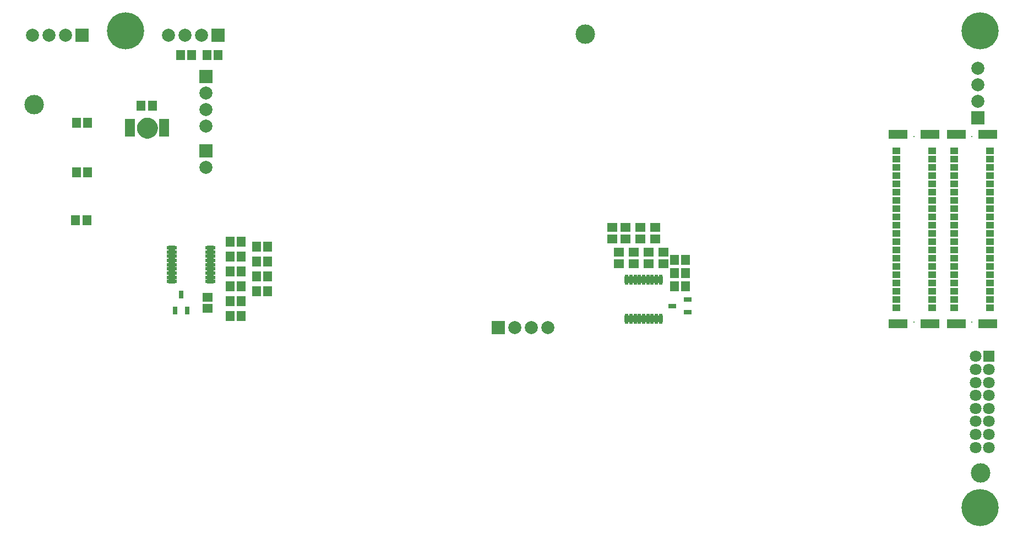
<source format=gbs>
G04*
G04 #@! TF.GenerationSoftware,Altium Limited,Altium Designer,18.0.12 (696)*
G04*
G04 Layer_Color=16711935*
%FSLAX25Y25*%
%MOIN*%
G70*
G01*
G75*
%ADD32R,0.04737X0.03162*%
%ADD33R,0.03162X0.04737*%
%ADD37R,0.05328X0.06312*%
%ADD39R,0.05249X0.06391*%
%ADD44C,0.11811*%
%ADD46R,0.06312X0.05524*%
%ADD47R,0.05524X0.06312*%
%ADD49C,0.07887*%
%ADD50R,0.07887X0.07887*%
%ADD51R,0.07887X0.07887*%
%ADD52C,0.00800*%
%ADD53C,0.07099*%
%ADD54R,0.07099X0.07099*%
%ADD55C,0.22441*%
%ADD76C,0.06299*%
%ADD77O,0.02572X0.06312*%
%ADD78O,0.06312X0.02572*%
%ADD79R,0.06391X0.05249*%
%ADD80R,0.05131X0.03950*%
%ADD81R,0.11430X0.05524*%
%ADD82R,0.06312X0.11036*%
D32*
X512276Y186000D02*
D03*
X521724Y182260D02*
D03*
Y189740D02*
D03*
D33*
X215000Y192724D02*
D03*
X211260Y183276D02*
D03*
X218740D02*
D03*
D37*
X230555Y338000D02*
D03*
X237445D02*
D03*
X214555D02*
D03*
X221445D02*
D03*
X158445Y297000D02*
D03*
X151555D02*
D03*
X157890Y238000D02*
D03*
X151000D02*
D03*
X158445Y267000D02*
D03*
X151555D02*
D03*
D39*
X190816Y307100D02*
D03*
X197784D02*
D03*
X520484Y206000D02*
D03*
X513516D02*
D03*
X520484Y214000D02*
D03*
X513516D02*
D03*
X251484Y189000D02*
D03*
X244516D02*
D03*
X251484Y180000D02*
D03*
X244516D02*
D03*
X267484Y195000D02*
D03*
X260516D02*
D03*
X251484Y198000D02*
D03*
X244516D02*
D03*
X267484Y204000D02*
D03*
X260516D02*
D03*
X251484Y207000D02*
D03*
X244516D02*
D03*
X267484Y213000D02*
D03*
X260516D02*
D03*
X251484Y216000D02*
D03*
X244516D02*
D03*
X267484Y222000D02*
D03*
X260516D02*
D03*
X251484Y225000D02*
D03*
X244516D02*
D03*
D44*
X699000Y85000D02*
D03*
X459600Y350500D02*
D03*
X126000Y308000D02*
D03*
D46*
X231000Y191346D02*
D03*
Y184654D02*
D03*
D47*
X513654Y198000D02*
D03*
X520346D02*
D03*
D49*
X437000Y173000D02*
D03*
X417000D02*
D03*
X427000D02*
D03*
X697500Y330000D02*
D03*
Y310000D02*
D03*
Y320000D02*
D03*
X207500Y350000D02*
D03*
X227500D02*
D03*
X217500D02*
D03*
X230000Y295000D02*
D03*
Y315000D02*
D03*
Y305000D02*
D03*
X125000Y350000D02*
D03*
X145000D02*
D03*
X135000D02*
D03*
X230000Y270000D02*
D03*
D50*
X407000Y173000D02*
D03*
X237500Y350000D02*
D03*
X155000D02*
D03*
D51*
X697500Y300000D02*
D03*
X230000Y325000D02*
D03*
Y280000D02*
D03*
D52*
X693830Y288565D02*
D03*
Y176163D02*
D03*
X658730Y288565D02*
D03*
Y176163D02*
D03*
D53*
X695993Y155423D02*
D03*
X703867Y123927D02*
D03*
X695993Y147549D02*
D03*
X703867D02*
D03*
X695993Y139675D02*
D03*
X703867D02*
D03*
X695993Y131801D02*
D03*
X703867D02*
D03*
X695993Y123927D02*
D03*
X703867Y116053D02*
D03*
X695993D02*
D03*
X703867Y108179D02*
D03*
X695993D02*
D03*
X703867Y100305D02*
D03*
X695993D02*
D03*
D54*
X703867Y155423D02*
D03*
D55*
X698780Y63849D02*
D03*
Y352364D02*
D03*
X181230D02*
D03*
D76*
X197550Y293800D02*
X197396Y294773D01*
X196948Y295651D01*
X196251Y296348D01*
X195373Y296796D01*
X194400Y296950D01*
X193427Y296796D01*
X192549Y296348D01*
X191852Y295651D01*
X191404Y294773D01*
X191250Y293800D01*
X191404Y292827D01*
X191852Y291949D01*
X192549Y291252D01*
X193427Y290805D01*
X194400Y290650D01*
X195373Y290805D01*
X196251Y291252D01*
X196948Y291949D01*
X197396Y292827D01*
X197550Y293800D01*
D77*
X505236Y178287D02*
D03*
X502677D02*
D03*
X500118D02*
D03*
X497559D02*
D03*
X495000D02*
D03*
X492441D02*
D03*
X489882D02*
D03*
X487323D02*
D03*
X484764D02*
D03*
X505236Y201713D02*
D03*
X502677D02*
D03*
X500118D02*
D03*
X497559D02*
D03*
X495000D02*
D03*
X492441D02*
D03*
X489882D02*
D03*
X487323D02*
D03*
X484764D02*
D03*
D78*
X209287Y200764D02*
D03*
Y203323D02*
D03*
Y205882D02*
D03*
Y208441D02*
D03*
Y211000D02*
D03*
Y213559D02*
D03*
Y216118D02*
D03*
Y218677D02*
D03*
Y221236D02*
D03*
X232713Y200764D02*
D03*
Y203323D02*
D03*
Y205882D02*
D03*
Y208441D02*
D03*
Y211000D02*
D03*
Y213559D02*
D03*
Y216118D02*
D03*
Y218677D02*
D03*
Y221236D02*
D03*
D79*
X507000Y218484D02*
D03*
Y211516D02*
D03*
X502000Y233484D02*
D03*
Y226516D02*
D03*
X498000Y218484D02*
D03*
Y211516D02*
D03*
X493000Y233484D02*
D03*
Y226516D02*
D03*
X489000Y218484D02*
D03*
Y211516D02*
D03*
X484000Y233484D02*
D03*
Y226516D02*
D03*
X480000Y218484D02*
D03*
Y211516D02*
D03*
X476000Y233484D02*
D03*
Y226516D02*
D03*
D80*
X704657Y279864D02*
D03*
X683003D02*
D03*
X704657Y274864D02*
D03*
X683003D02*
D03*
X704657Y269864D02*
D03*
X683003D02*
D03*
X704657Y264864D02*
D03*
X683003D02*
D03*
X704657Y259864D02*
D03*
X683003D02*
D03*
X704657Y254864D02*
D03*
X683003D02*
D03*
X704657Y249864D02*
D03*
X683003D02*
D03*
X704657Y244864D02*
D03*
X683003D02*
D03*
X704657Y239864D02*
D03*
X683003D02*
D03*
X704657Y234864D02*
D03*
X683003D02*
D03*
Y229864D02*
D03*
X704657D02*
D03*
X683003Y224864D02*
D03*
X704657D02*
D03*
X683003Y219864D02*
D03*
X704657D02*
D03*
Y214864D02*
D03*
X683003D02*
D03*
X704657Y209864D02*
D03*
X683003D02*
D03*
X704657Y204864D02*
D03*
X683003D02*
D03*
X704657Y199864D02*
D03*
X683003D02*
D03*
X704657Y194864D02*
D03*
X683003D02*
D03*
X704657Y189864D02*
D03*
X683003D02*
D03*
X704657Y184864D02*
D03*
X683003D02*
D03*
X669557Y279864D02*
D03*
X647903D02*
D03*
X669557Y274864D02*
D03*
X647903D02*
D03*
X669557Y269864D02*
D03*
X647903D02*
D03*
X669557Y264864D02*
D03*
X647903D02*
D03*
X669557Y259864D02*
D03*
X647903D02*
D03*
X669557Y254864D02*
D03*
X647903D02*
D03*
X669557Y249864D02*
D03*
X647903D02*
D03*
X669557Y244864D02*
D03*
X647903D02*
D03*
X669557Y239864D02*
D03*
X647903D02*
D03*
X669557Y234864D02*
D03*
X647903D02*
D03*
Y229864D02*
D03*
X669557D02*
D03*
X647903Y224864D02*
D03*
X669557D02*
D03*
X647903Y219864D02*
D03*
X669557D02*
D03*
Y214864D02*
D03*
X647903D02*
D03*
X669557Y209864D02*
D03*
X647903D02*
D03*
X669557Y204864D02*
D03*
X647903D02*
D03*
X669557Y199864D02*
D03*
X647903D02*
D03*
X669557Y194864D02*
D03*
X647903D02*
D03*
X669557Y189864D02*
D03*
X647903D02*
D03*
X669557Y184864D02*
D03*
X647903D02*
D03*
D81*
X684185Y289687D02*
D03*
Y175041D02*
D03*
X703476D02*
D03*
Y289687D02*
D03*
X649085D02*
D03*
Y175041D02*
D03*
X668376D02*
D03*
Y289687D02*
D03*
D82*
X204636Y293800D02*
D03*
X184164D02*
D03*
M02*

</source>
